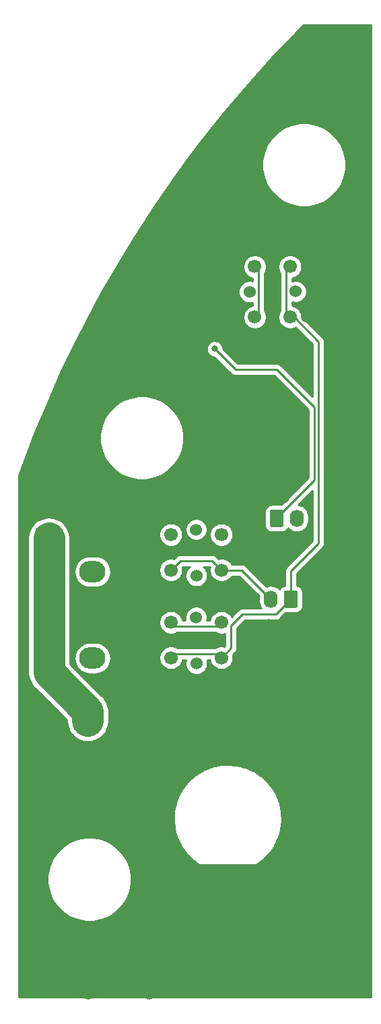
<source format=gbr>
G04 #@! TF.GenerationSoftware,KiCad,Pcbnew,(5.1.6)-1*
G04 #@! TF.CreationDate,2020-12-21T17:51:35+11:00*
G04 #@! TF.ProjectId,MasterModePushbuttonV2,4d617374-6572-44d6-9f64-655075736862,rev?*
G04 #@! TF.SameCoordinates,Original*
G04 #@! TF.FileFunction,Copper,L2,Bot*
G04 #@! TF.FilePolarity,Positive*
%FSLAX46Y46*%
G04 Gerber Fmt 4.6, Leading zero omitted, Abs format (unit mm)*
G04 Created by KiCad (PCBNEW (5.1.6)-1) date 2020-12-21 17:51:35*
%MOMM*%
%LPD*%
G01*
G04 APERTURE LIST*
G04 #@! TA.AperFunction,ComponentPad*
%ADD10O,3.300000X2.700000*%
G04 #@! TD*
G04 #@! TA.AperFunction,ComponentPad*
%ADD11C,1.524000*%
G04 #@! TD*
G04 #@! TA.AperFunction,ComponentPad*
%ADD12C,1.700000*%
G04 #@! TD*
G04 #@! TA.AperFunction,ComponentPad*
%ADD13O,1.740000X2.190000*%
G04 #@! TD*
G04 #@! TA.AperFunction,ViaPad*
%ADD14C,0.800000*%
G04 #@! TD*
G04 #@! TA.AperFunction,ViaPad*
%ADD15C,1.500000*%
G04 #@! TD*
G04 #@! TA.AperFunction,Conductor*
%ADD16C,0.250000*%
G04 #@! TD*
G04 #@! TA.AperFunction,Conductor*
%ADD17C,4.000000*%
G04 #@! TD*
G04 #@! TA.AperFunction,Conductor*
%ADD18C,0.254000*%
G04 #@! TD*
G04 APERTURE END LIST*
D10*
X208296000Y-98447500D03*
X208296000Y-94247500D03*
X202796000Y-98447500D03*
G04 #@! TA.AperFunction,ComponentPad*
G36*
G01*
X201396001Y-92897500D02*
X204195999Y-92897500D01*
G75*
G02*
X204446000Y-93147501I0J-250001D01*
G01*
X204446000Y-95347499D01*
G75*
G02*
X204195999Y-95597500I-250001J0D01*
G01*
X201396001Y-95597500D01*
G75*
G02*
X201146000Y-95347499I0J250001D01*
G01*
X201146000Y-93147501D01*
G75*
G02*
X201396001Y-92897500I250001J0D01*
G01*
G37*
G04 #@! TD.AperFunction*
X208296000Y-109297000D03*
X208296000Y-105097000D03*
X202796000Y-109297000D03*
G04 #@! TA.AperFunction,ComponentPad*
G36*
G01*
X201396001Y-103747000D02*
X204195999Y-103747000D01*
G75*
G02*
X204446000Y-103997001I0J-250001D01*
G01*
X204446000Y-106196999D01*
G75*
G02*
X204195999Y-106447000I-250001J0D01*
G01*
X201396001Y-106447000D01*
G75*
G02*
X201146000Y-106196999I0J250001D01*
G01*
X201146000Y-103997001D01*
G75*
G02*
X201396001Y-103747000I250001J0D01*
G01*
G37*
G04 #@! TD.AperFunction*
G04 #@! TA.AperFunction,SMDPad,CuDef*
G36*
G01*
X202946000Y-116147000D02*
X202946000Y-118147000D01*
G75*
G02*
X202696000Y-118397000I-250000J0D01*
G01*
X199696000Y-118397000D01*
G75*
G02*
X199446000Y-118147000I0J250000D01*
G01*
X199446000Y-116147000D01*
G75*
G02*
X199696000Y-115897000I250000J0D01*
G01*
X202696000Y-115897000D01*
G75*
G02*
X202946000Y-116147000I0J-250000D01*
G01*
G37*
G04 #@! TD.AperFunction*
G04 #@! TA.AperFunction,SMDPad,CuDef*
G36*
G01*
X209446000Y-116147000D02*
X209446000Y-118147000D01*
G75*
G02*
X209196000Y-118397000I-250000J0D01*
G01*
X206196000Y-118397000D01*
G75*
G02*
X205946000Y-118147000I0J250000D01*
G01*
X205946000Y-116147000D01*
G75*
G02*
X206196000Y-115897000I250000J0D01*
G01*
X209196000Y-115897000D01*
G75*
G02*
X209446000Y-116147000I0J-250000D01*
G01*
G37*
G04 #@! TD.AperFunction*
D11*
X221367000Y-109973000D03*
X221327000Y-104182000D03*
D12*
X224502000Y-109262000D03*
X218152000Y-109262000D03*
X224502000Y-104817000D03*
X218152000Y-104817000D03*
D11*
X221367000Y-98949500D03*
X221327000Y-93158500D03*
D12*
X224502000Y-98238500D03*
X218152000Y-98238500D03*
X224502000Y-93793500D03*
X218152000Y-93793500D03*
D11*
X233850000Y-63262700D03*
X228059000Y-63302700D03*
D12*
X233139000Y-60127700D03*
X233139000Y-66477700D03*
X228694000Y-60127700D03*
X228694000Y-66477700D03*
D13*
X230706480Y-101897480D03*
G04 #@! TA.AperFunction,ComponentPad*
G36*
G01*
X234116480Y-101052479D02*
X234116480Y-102742481D01*
G75*
G02*
X233866481Y-102992480I-249999J0D01*
G01*
X232626479Y-102992480D01*
G75*
G02*
X232376480Y-102742481I0J249999D01*
G01*
X232376480Y-101052479D01*
G75*
G02*
X232626479Y-100802480I249999J0D01*
G01*
X233866481Y-100802480D01*
G75*
G02*
X234116480Y-101052479I0J-249999D01*
G01*
G37*
G04 #@! TD.AperFunction*
X233986480Y-91747480D03*
G04 #@! TA.AperFunction,ComponentPad*
G36*
G01*
X230576480Y-92592481D02*
X230576480Y-90902479D01*
G75*
G02*
X230826479Y-90652480I249999J0D01*
G01*
X232066481Y-90652480D01*
G75*
G02*
X232316480Y-90902479I0J-249999D01*
G01*
X232316480Y-92592481D01*
G75*
G02*
X232066481Y-92842480I-249999J0D01*
G01*
X230826479Y-92842480D01*
G75*
G02*
X230576480Y-92592481I0J249999D01*
G01*
G37*
G04 #@! TD.AperFunction*
D14*
X223646500Y-70447500D03*
D15*
X223224400Y-66358900D03*
X214638100Y-103870000D03*
X235229000Y-66409700D03*
X230802700Y-94706500D03*
X216123900Y-95717000D03*
X207768800Y-151442000D03*
X239020600Y-63627400D03*
X215422200Y-151417000D03*
X238020600Y-150668700D03*
X230081500Y-150656900D03*
X222316600Y-150618700D03*
X231546000Y-141697000D03*
X216996000Y-134597000D03*
X240109000Y-143385000D03*
X241696000Y-133247000D03*
X231396000Y-120747000D03*
X241596000Y-124847000D03*
X240696000Y-111447000D03*
X240546000Y-99997500D03*
X232296000Y-89147500D03*
X242046000Y-89247500D03*
X242246000Y-81647500D03*
X233796000Y-81697500D03*
X224546000Y-81697500D03*
X223596000Y-89147500D03*
X209946000Y-88597500D03*
X230446480Y-105147480D03*
X208196480Y-81447480D03*
D16*
X218152000Y-104817000D02*
X218657800Y-105322800D01*
X218657800Y-105322800D02*
X223996200Y-105322800D01*
X223996200Y-105322800D02*
X224502000Y-104817000D01*
X223646500Y-70447500D02*
X226246480Y-73047480D01*
X231446480Y-73047480D02*
X236196470Y-77797470D01*
X226246480Y-73047480D02*
X231446480Y-73047480D01*
X231446480Y-91662022D02*
X231446480Y-91747480D01*
X236196470Y-86912032D02*
X231446480Y-91662022D01*
X236196470Y-77797470D02*
X236196470Y-86912032D01*
X228694000Y-66477700D02*
X229199800Y-65971900D01*
X229199800Y-65971900D02*
X229199800Y-60633500D01*
X229199800Y-60633500D02*
X228694000Y-60127700D01*
X219336000Y-97054500D02*
X218152000Y-98238500D01*
X224502000Y-98238500D02*
X223318000Y-97054500D01*
X223318000Y-97054500D02*
X219336000Y-97054500D01*
X227047500Y-98238500D02*
X230706480Y-101897480D01*
X224502000Y-98238500D02*
X227047500Y-98238500D01*
X224502000Y-108792600D02*
X224502000Y-109262000D01*
X224502000Y-108792600D02*
X218621400Y-108792600D01*
X218621400Y-108792600D02*
X218152000Y-109262000D01*
X232671700Y-66477700D02*
X233139000Y-66477700D01*
X232671700Y-66477700D02*
X232671700Y-60595000D01*
X232671700Y-60595000D02*
X233139000Y-60127700D01*
X233246480Y-101897480D02*
X231346480Y-103797480D01*
X225727001Y-108036999D02*
X224502000Y-109262000D01*
X227146480Y-103797480D02*
X225727001Y-105216959D01*
X225727001Y-105216959D02*
X225727001Y-108036999D01*
X231346480Y-103797480D02*
X227146480Y-103797480D01*
X233246480Y-101897480D02*
X233246480Y-98347480D01*
X233246480Y-98347480D02*
X236696480Y-94897480D01*
X233631998Y-66477700D02*
X233139000Y-66477700D01*
X236696480Y-69542182D02*
X233631998Y-66477700D01*
X236696480Y-94897480D02*
X236696480Y-69542182D01*
D17*
X207696000Y-117147000D02*
X207696000Y-115997000D01*
X202796000Y-111097000D02*
X202796000Y-109297000D01*
X207696000Y-115997000D02*
X202796000Y-111097000D01*
X202796000Y-109297000D02*
X202796000Y-105097000D01*
X202796000Y-105097000D02*
X202796000Y-98447500D01*
X202796000Y-98447500D02*
X202796000Y-94247500D01*
D18*
G36*
X243287380Y-151834080D02*
G01*
X199037380Y-151834080D01*
X199037380Y-136555341D01*
X202613880Y-136555341D01*
X202613880Y-137594819D01*
X202816672Y-138614324D01*
X203214463Y-139574677D01*
X203791967Y-140438971D01*
X204526989Y-141173993D01*
X205391283Y-141751497D01*
X206351636Y-142149288D01*
X207371141Y-142352080D01*
X208410619Y-142352080D01*
X209430124Y-142149288D01*
X210390477Y-141751497D01*
X211254771Y-141173993D01*
X211989793Y-140438971D01*
X212567297Y-139574677D01*
X212965088Y-138614324D01*
X213167880Y-137594819D01*
X213167880Y-136555341D01*
X212965088Y-135535836D01*
X212567297Y-134575483D01*
X211989793Y-133711189D01*
X211254771Y-132976167D01*
X210390477Y-132398663D01*
X209430124Y-132000872D01*
X208410619Y-131798080D01*
X207371141Y-131798080D01*
X206351636Y-132000872D01*
X205391283Y-132398663D01*
X204526989Y-132976167D01*
X203791967Y-133711189D01*
X203214463Y-134575483D01*
X202816672Y-135535836D01*
X202613880Y-136555341D01*
X199037380Y-136555341D01*
X199037380Y-129647302D01*
X218461621Y-129647302D01*
X218465898Y-129713849D01*
X218572806Y-130685772D01*
X218577651Y-130710985D01*
X218580191Y-130736539D01*
X218595052Y-130801545D01*
X218855976Y-131743873D01*
X218864789Y-131767985D01*
X218871383Y-131792808D01*
X218896447Y-131854602D01*
X219304676Y-132743092D01*
X219317230Y-132765485D01*
X219327708Y-132788933D01*
X219362322Y-132845913D01*
X219362329Y-132845926D01*
X219362333Y-132845931D01*
X219907359Y-133657717D01*
X219923336Y-133677819D01*
X219937425Y-133699286D01*
X219980712Y-133750010D01*
X220648521Y-134464219D01*
X220667502Y-134481505D01*
X220684845Y-134500446D01*
X220735670Y-134543583D01*
X220735686Y-134543598D01*
X220735694Y-134543603D01*
X221500723Y-135135375D01*
X221548479Y-135174567D01*
X221676166Y-135242817D01*
X221814714Y-135284845D01*
X221922694Y-135295480D01*
X228657067Y-135295480D01*
X228765047Y-135284845D01*
X228903595Y-135242817D01*
X229031282Y-135174567D01*
X229077443Y-135136684D01*
X229789723Y-134592105D01*
X229807268Y-134576307D01*
X229826251Y-134562272D01*
X229874480Y-134516221D01*
X230550297Y-133809585D01*
X230566496Y-133789668D01*
X230584440Y-133771295D01*
X230624685Y-133718125D01*
X231178831Y-132912528D01*
X231191637Y-132890278D01*
X231206413Y-132869272D01*
X231237640Y-132810352D01*
X231655858Y-131926521D01*
X231664943Y-131902508D01*
X231676170Y-131879410D01*
X231697575Y-131816255D01*
X231969105Y-130876928D01*
X231974234Y-130851771D01*
X231981623Y-130827177D01*
X231992655Y-130761412D01*
X232110512Y-129790755D01*
X232111553Y-129765102D01*
X232114915Y-129739642D01*
X232115291Y-129672959D01*
X232076442Y-128695946D01*
X232073366Y-128670447D01*
X232072615Y-128644786D01*
X232062325Y-128578901D01*
X231867769Y-127620668D01*
X231860660Y-127596000D01*
X231855813Y-127570778D01*
X231835121Y-127507386D01*
X231489865Y-126592585D01*
X231478905Y-126569375D01*
X231470087Y-126545248D01*
X231439526Y-126485980D01*
X230952451Y-125638145D01*
X230937914Y-125616975D01*
X230925358Y-125594580D01*
X230885714Y-125540960D01*
X230269354Y-124781908D01*
X230251619Y-124763334D01*
X230235644Y-124743235D01*
X230187938Y-124696643D01*
X229458146Y-124045898D01*
X229437673Y-124030401D01*
X229418687Y-124013112D01*
X229364146Y-123974747D01*
X229364145Y-123974746D01*
X229364142Y-123974744D01*
X228539701Y-123449053D01*
X228517017Y-123437030D01*
X228495508Y-123422997D01*
X228435533Y-123393845D01*
X227537645Y-123006727D01*
X227513324Y-122998484D01*
X227489855Y-122988073D01*
X227425991Y-122968885D01*
X226477759Y-122730302D01*
X226452436Y-122726054D01*
X226427601Y-122719528D01*
X226361491Y-122710797D01*
X225387313Y-122626888D01*
X225361637Y-122626743D01*
X225336079Y-122624272D01*
X225269424Y-122626224D01*
X225269420Y-122626224D01*
X224294362Y-122699146D01*
X224268996Y-122703108D01*
X224243366Y-122704755D01*
X224177881Y-122717339D01*
X223227021Y-122945218D01*
X223202612Y-122953185D01*
X223177579Y-122958908D01*
X223114956Y-122981796D01*
X223114947Y-122981799D01*
X223114943Y-122981801D01*
X222212752Y-123358771D01*
X222189932Y-123370538D01*
X222166134Y-123380190D01*
X222107969Y-123412800D01*
X221277650Y-123929168D01*
X221257004Y-123944432D01*
X221235058Y-123957764D01*
X221182854Y-123999254D01*
X220445773Y-124641731D01*
X220427830Y-124660104D01*
X220408300Y-124676770D01*
X220363402Y-124726073D01*
X219738523Y-125478130D01*
X219723750Y-125499132D01*
X219707134Y-125518709D01*
X219670695Y-125574557D01*
X219174094Y-126416847D01*
X219162870Y-126439938D01*
X219149596Y-126461923D01*
X219122556Y-126522878D01*
X218767010Y-127433730D01*
X218759623Y-127458315D01*
X218750034Y-127482142D01*
X218733087Y-127546636D01*
X218527742Y-128502614D01*
X218524380Y-128528071D01*
X218518725Y-128553118D01*
X218512307Y-128619492D01*
X218462447Y-129596006D01*
X218463199Y-129621674D01*
X218461621Y-129647302D01*
X199037380Y-129647302D01*
X199037380Y-111097000D01*
X200148252Y-111097000D01*
X200161000Y-111226434D01*
X200161000Y-111226441D01*
X200199127Y-111613549D01*
X200349799Y-112110249D01*
X200594477Y-112568010D01*
X200923759Y-112969241D01*
X201024306Y-113051758D01*
X205061000Y-117088453D01*
X205061000Y-117276441D01*
X205099127Y-117663549D01*
X205249799Y-118160249D01*
X205322658Y-118296559D01*
X205324992Y-118320254D01*
X205375528Y-118486850D01*
X205457595Y-118640386D01*
X205568038Y-118774962D01*
X205702614Y-118885405D01*
X205722760Y-118896173D01*
X205823759Y-119019241D01*
X206224989Y-119348523D01*
X206682750Y-119593201D01*
X207179450Y-119743873D01*
X207696000Y-119794749D01*
X208212549Y-119743873D01*
X208709249Y-119593201D01*
X209167010Y-119348523D01*
X209568241Y-119019241D01*
X209669241Y-118896173D01*
X209689386Y-118885405D01*
X209823962Y-118774962D01*
X209934405Y-118640386D01*
X210016472Y-118486850D01*
X210067008Y-118320254D01*
X210069342Y-118296561D01*
X210142201Y-118160250D01*
X210292873Y-117663550D01*
X210331000Y-117276442D01*
X210331000Y-116126433D01*
X210343748Y-115996999D01*
X210331000Y-115867565D01*
X210331000Y-115867559D01*
X210292873Y-115480451D01*
X210292873Y-115480449D01*
X210225675Y-115258928D01*
X210142201Y-114983750D01*
X209897523Y-114525989D01*
X209568241Y-114124759D01*
X209467699Y-114042246D01*
X205431000Y-110005548D01*
X205431000Y-109297000D01*
X206001396Y-109297000D01*
X206039722Y-109686128D01*
X206153226Y-110060302D01*
X206337547Y-110405143D01*
X206585602Y-110707398D01*
X206887857Y-110955453D01*
X207232698Y-111139774D01*
X207606872Y-111253278D01*
X207898490Y-111282000D01*
X208693510Y-111282000D01*
X208985128Y-111253278D01*
X209359302Y-111139774D01*
X209704143Y-110955453D01*
X210006398Y-110707398D01*
X210254453Y-110405143D01*
X210438774Y-110060302D01*
X210552278Y-109686128D01*
X210590604Y-109297000D01*
X210552278Y-108907872D01*
X210438774Y-108533698D01*
X210254453Y-108188857D01*
X210006398Y-107886602D01*
X209704143Y-107638547D01*
X209359302Y-107454226D01*
X208985128Y-107340722D01*
X208693510Y-107312000D01*
X207898490Y-107312000D01*
X207606872Y-107340722D01*
X207232698Y-107454226D01*
X206887857Y-107638547D01*
X206585602Y-107886602D01*
X206337547Y-108188857D01*
X206153226Y-108533698D01*
X206039722Y-108907872D01*
X206001396Y-109297000D01*
X205431000Y-109297000D01*
X205431000Y-98447500D01*
X206001396Y-98447500D01*
X206039722Y-98836628D01*
X206153226Y-99210802D01*
X206337547Y-99555643D01*
X206585602Y-99857898D01*
X206887857Y-100105953D01*
X207232698Y-100290274D01*
X207606872Y-100403778D01*
X207898490Y-100432500D01*
X208693510Y-100432500D01*
X208985128Y-100403778D01*
X209359302Y-100290274D01*
X209704143Y-100105953D01*
X210006398Y-99857898D01*
X210254453Y-99555643D01*
X210438774Y-99210802D01*
X210552278Y-98836628D01*
X210590604Y-98447500D01*
X210555614Y-98092240D01*
X216667000Y-98092240D01*
X216667000Y-98384760D01*
X216724068Y-98671658D01*
X216836010Y-98941911D01*
X216998525Y-99185132D01*
X217205368Y-99391975D01*
X217448589Y-99554490D01*
X217718842Y-99666432D01*
X218005740Y-99723500D01*
X218298260Y-99723500D01*
X218585158Y-99666432D01*
X218855411Y-99554490D01*
X219098632Y-99391975D01*
X219305475Y-99185132D01*
X219467990Y-98941911D01*
X219579932Y-98671658D01*
X219637000Y-98384760D01*
X219637000Y-98092240D01*
X219593210Y-97872092D01*
X219650802Y-97814500D01*
X220551116Y-97814500D01*
X220476465Y-97864380D01*
X220281880Y-98058965D01*
X220128995Y-98287773D01*
X220023686Y-98542010D01*
X219970000Y-98811908D01*
X219970000Y-99087092D01*
X220023686Y-99356990D01*
X220128995Y-99611227D01*
X220281880Y-99840035D01*
X220476465Y-100034620D01*
X220705273Y-100187505D01*
X220959510Y-100292814D01*
X221229408Y-100346500D01*
X221504592Y-100346500D01*
X221774490Y-100292814D01*
X222028727Y-100187505D01*
X222257535Y-100034620D01*
X222452120Y-99840035D01*
X222605005Y-99611227D01*
X222710314Y-99356990D01*
X222764000Y-99087092D01*
X222764000Y-98811908D01*
X222710314Y-98542010D01*
X222605005Y-98287773D01*
X222452120Y-98058965D01*
X222257535Y-97864380D01*
X222182884Y-97814500D01*
X223003199Y-97814500D01*
X223060791Y-97872092D01*
X223017000Y-98092240D01*
X223017000Y-98384760D01*
X223074068Y-98671658D01*
X223186010Y-98941911D01*
X223348525Y-99185132D01*
X223555368Y-99391975D01*
X223798589Y-99554490D01*
X224068842Y-99666432D01*
X224355740Y-99723500D01*
X224648260Y-99723500D01*
X224935158Y-99666432D01*
X225205411Y-99554490D01*
X225448632Y-99391975D01*
X225655475Y-99185132D01*
X225780178Y-98998500D01*
X226732699Y-98998500D01*
X229213249Y-101479051D01*
X229201480Y-101598544D01*
X229201480Y-102196415D01*
X229223256Y-102417511D01*
X229309314Y-102701204D01*
X229449063Y-102962658D01*
X229510468Y-103037480D01*
X227183802Y-103037480D01*
X227146479Y-103033804D01*
X227109156Y-103037480D01*
X227109147Y-103037480D01*
X226997494Y-103048477D01*
X226854233Y-103091934D01*
X226722204Y-103162506D01*
X226722202Y-103162507D01*
X226722203Y-103162507D01*
X226635476Y-103233681D01*
X226635472Y-103233685D01*
X226606479Y-103257479D01*
X226582685Y-103286472D01*
X225792988Y-104076170D01*
X225655475Y-103870368D01*
X225448632Y-103663525D01*
X225205411Y-103501010D01*
X224935158Y-103389068D01*
X224648260Y-103332000D01*
X224355740Y-103332000D01*
X224068842Y-103389068D01*
X223798589Y-103501010D01*
X223555368Y-103663525D01*
X223348525Y-103870368D01*
X223186010Y-104113589D01*
X223074068Y-104383842D01*
X223038471Y-104562800D01*
X222675623Y-104562800D01*
X222724000Y-104319592D01*
X222724000Y-104044408D01*
X222670314Y-103774510D01*
X222565005Y-103520273D01*
X222412120Y-103291465D01*
X222217535Y-103096880D01*
X221988727Y-102943995D01*
X221734490Y-102838686D01*
X221464592Y-102785000D01*
X221189408Y-102785000D01*
X220919510Y-102838686D01*
X220665273Y-102943995D01*
X220436465Y-103096880D01*
X220241880Y-103291465D01*
X220088995Y-103520273D01*
X219983686Y-103774510D01*
X219930000Y-104044408D01*
X219930000Y-104319592D01*
X219978377Y-104562800D01*
X219615529Y-104562800D01*
X219579932Y-104383842D01*
X219467990Y-104113589D01*
X219305475Y-103870368D01*
X219098632Y-103663525D01*
X218855411Y-103501010D01*
X218585158Y-103389068D01*
X218298260Y-103332000D01*
X218005740Y-103332000D01*
X217718842Y-103389068D01*
X217448589Y-103501010D01*
X217205368Y-103663525D01*
X216998525Y-103870368D01*
X216836010Y-104113589D01*
X216724068Y-104383842D01*
X216667000Y-104670740D01*
X216667000Y-104963260D01*
X216724068Y-105250158D01*
X216836010Y-105520411D01*
X216998525Y-105763632D01*
X217205368Y-105970475D01*
X217448589Y-106132990D01*
X217718842Y-106244932D01*
X218005740Y-106302000D01*
X218298260Y-106302000D01*
X218585158Y-106244932D01*
X218855411Y-106132990D01*
X218930526Y-106082800D01*
X223723474Y-106082800D01*
X223798589Y-106132990D01*
X224068842Y-106244932D01*
X224355740Y-106302000D01*
X224648260Y-106302000D01*
X224935158Y-106244932D01*
X224967001Y-106231742D01*
X224967002Y-107722196D01*
X224868408Y-107820790D01*
X224648260Y-107777000D01*
X224355740Y-107777000D01*
X224068842Y-107834068D01*
X223798589Y-107946010D01*
X223668998Y-108032600D01*
X218985002Y-108032600D01*
X218855411Y-107946010D01*
X218585158Y-107834068D01*
X218298260Y-107777000D01*
X218005740Y-107777000D01*
X217718842Y-107834068D01*
X217448589Y-107946010D01*
X217205368Y-108108525D01*
X216998525Y-108315368D01*
X216836010Y-108558589D01*
X216724068Y-108828842D01*
X216667000Y-109115740D01*
X216667000Y-109408260D01*
X216724068Y-109695158D01*
X216836010Y-109965411D01*
X216998525Y-110208632D01*
X217205368Y-110415475D01*
X217448589Y-110577990D01*
X217718842Y-110689932D01*
X218005740Y-110747000D01*
X218298260Y-110747000D01*
X218585158Y-110689932D01*
X218855411Y-110577990D01*
X219098632Y-110415475D01*
X219305475Y-110208632D01*
X219467990Y-109965411D01*
X219579932Y-109695158D01*
X219608289Y-109552600D01*
X220029034Y-109552600D01*
X220023686Y-109565510D01*
X219970000Y-109835408D01*
X219970000Y-110110592D01*
X220023686Y-110380490D01*
X220128995Y-110634727D01*
X220281880Y-110863535D01*
X220476465Y-111058120D01*
X220705273Y-111211005D01*
X220959510Y-111316314D01*
X221229408Y-111370000D01*
X221504592Y-111370000D01*
X221774490Y-111316314D01*
X222028727Y-111211005D01*
X222257535Y-111058120D01*
X222452120Y-110863535D01*
X222605005Y-110634727D01*
X222710314Y-110380490D01*
X222764000Y-110110592D01*
X222764000Y-109835408D01*
X222710314Y-109565510D01*
X222704966Y-109552600D01*
X223045711Y-109552600D01*
X223074068Y-109695158D01*
X223186010Y-109965411D01*
X223348525Y-110208632D01*
X223555368Y-110415475D01*
X223798589Y-110577990D01*
X224068842Y-110689932D01*
X224355740Y-110747000D01*
X224648260Y-110747000D01*
X224935158Y-110689932D01*
X225205411Y-110577990D01*
X225448632Y-110415475D01*
X225655475Y-110208632D01*
X225817990Y-109965411D01*
X225929932Y-109695158D01*
X225987000Y-109408260D01*
X225987000Y-109115740D01*
X225943210Y-108895592D01*
X226238004Y-108600798D01*
X226267002Y-108577000D01*
X226330090Y-108500127D01*
X226361975Y-108461276D01*
X226432547Y-108329246D01*
X226463016Y-108228801D01*
X226476004Y-108185985D01*
X226487001Y-108074332D01*
X226487001Y-108074323D01*
X226490677Y-108037000D01*
X226487001Y-107999677D01*
X226487001Y-105531760D01*
X227461283Y-104557480D01*
X231309158Y-104557480D01*
X231346480Y-104561156D01*
X231383802Y-104557480D01*
X231383813Y-104557480D01*
X231495466Y-104546483D01*
X231638727Y-104503026D01*
X231770756Y-104432454D01*
X231886481Y-104337481D01*
X231910284Y-104308477D01*
X232591641Y-103627121D01*
X232626479Y-103630552D01*
X233866481Y-103630552D01*
X234039735Y-103613488D01*
X234206331Y-103562952D01*
X234359867Y-103480885D01*
X234494442Y-103370442D01*
X234604885Y-103235867D01*
X234686952Y-103082331D01*
X234737488Y-102915735D01*
X234754552Y-102742481D01*
X234754552Y-101052479D01*
X234737488Y-100879225D01*
X234686952Y-100712629D01*
X234604885Y-100559093D01*
X234494442Y-100424518D01*
X234359867Y-100314075D01*
X234206331Y-100232008D01*
X234039735Y-100181472D01*
X234006480Y-100178197D01*
X234006480Y-98662281D01*
X237207484Y-95461278D01*
X237236481Y-95437481D01*
X237331454Y-95321756D01*
X237402026Y-95189727D01*
X237445483Y-95046466D01*
X237456480Y-94934813D01*
X237456480Y-94934805D01*
X237460156Y-94897480D01*
X237456480Y-94860155D01*
X237456480Y-69579504D01*
X237460156Y-69542181D01*
X237456480Y-69504859D01*
X237456480Y-69504849D01*
X237445483Y-69393196D01*
X237402026Y-69249935D01*
X237382868Y-69214093D01*
X237331454Y-69117905D01*
X237260279Y-69031179D01*
X237236481Y-69002181D01*
X237207483Y-68978383D01*
X234624000Y-66394901D01*
X234624000Y-66331440D01*
X234566932Y-66044542D01*
X234454990Y-65774289D01*
X234292475Y-65531068D01*
X234085632Y-65324225D01*
X233842411Y-65161710D01*
X233572158Y-65049768D01*
X233431700Y-65021829D01*
X233431700Y-64601536D01*
X233442510Y-64606014D01*
X233712408Y-64659700D01*
X233987592Y-64659700D01*
X234257490Y-64606014D01*
X234511727Y-64500705D01*
X234740535Y-64347820D01*
X234935120Y-64153235D01*
X235088005Y-63924427D01*
X235193314Y-63670190D01*
X235247000Y-63400292D01*
X235247000Y-63125108D01*
X235193314Y-62855210D01*
X235088005Y-62600973D01*
X234935120Y-62372165D01*
X234740535Y-62177580D01*
X234511727Y-62024695D01*
X234257490Y-61919386D01*
X233987592Y-61865700D01*
X233712408Y-61865700D01*
X233442510Y-61919386D01*
X233431700Y-61923864D01*
X233431700Y-61583571D01*
X233572158Y-61555632D01*
X233842411Y-61443690D01*
X234085632Y-61281175D01*
X234292475Y-61074332D01*
X234454990Y-60831111D01*
X234566932Y-60560858D01*
X234624000Y-60273960D01*
X234624000Y-59981440D01*
X234566932Y-59694542D01*
X234454990Y-59424289D01*
X234292475Y-59181068D01*
X234085632Y-58974225D01*
X233842411Y-58811710D01*
X233572158Y-58699768D01*
X233285260Y-58642700D01*
X232992740Y-58642700D01*
X232705842Y-58699768D01*
X232435589Y-58811710D01*
X232192368Y-58974225D01*
X231985525Y-59181068D01*
X231823010Y-59424289D01*
X231711068Y-59694542D01*
X231654000Y-59981440D01*
X231654000Y-60273960D01*
X231711068Y-60560858D01*
X231823010Y-60831111D01*
X231911701Y-60963846D01*
X231911700Y-65641555D01*
X231823010Y-65774289D01*
X231711068Y-66044542D01*
X231654000Y-66331440D01*
X231654000Y-66623960D01*
X231711068Y-66910858D01*
X231823010Y-67181111D01*
X231985525Y-67424332D01*
X232192368Y-67631175D01*
X232435589Y-67793690D01*
X232705842Y-67905632D01*
X232992740Y-67962700D01*
X233285260Y-67962700D01*
X233572158Y-67905632D01*
X233842411Y-67793690D01*
X233860860Y-67781363D01*
X235936481Y-69856985D01*
X235936481Y-76462679D01*
X232010284Y-72536483D01*
X231986481Y-72507479D01*
X231870756Y-72412506D01*
X231738727Y-72341934D01*
X231595466Y-72298477D01*
X231483813Y-72287480D01*
X231483802Y-72287480D01*
X231446480Y-72283804D01*
X231409158Y-72287480D01*
X226561282Y-72287480D01*
X224681500Y-70407699D01*
X224681500Y-70345561D01*
X224641726Y-70145602D01*
X224563705Y-69957244D01*
X224450437Y-69787726D01*
X224306274Y-69643563D01*
X224136756Y-69530295D01*
X223948398Y-69452274D01*
X223748439Y-69412500D01*
X223544561Y-69412500D01*
X223344602Y-69452274D01*
X223156244Y-69530295D01*
X222986726Y-69643563D01*
X222842563Y-69787726D01*
X222729295Y-69957244D01*
X222651274Y-70145602D01*
X222611500Y-70345561D01*
X222611500Y-70549439D01*
X222651274Y-70749398D01*
X222729295Y-70937756D01*
X222842563Y-71107274D01*
X222986726Y-71251437D01*
X223156244Y-71364705D01*
X223344602Y-71442726D01*
X223544561Y-71482500D01*
X223606699Y-71482500D01*
X225682680Y-73558482D01*
X225706479Y-73587481D01*
X225735477Y-73611279D01*
X225822203Y-73682454D01*
X225954233Y-73753026D01*
X226097494Y-73796483D01*
X226209147Y-73807480D01*
X226209157Y-73807480D01*
X226246480Y-73811156D01*
X226283803Y-73807480D01*
X231131679Y-73807480D01*
X235436470Y-78112272D01*
X235436471Y-86597229D01*
X232019293Y-90014408D01*
X230826479Y-90014408D01*
X230653225Y-90031472D01*
X230486629Y-90082008D01*
X230333093Y-90164075D01*
X230198518Y-90274518D01*
X230088075Y-90409093D01*
X230006008Y-90562629D01*
X229955472Y-90729225D01*
X229938408Y-90902479D01*
X229938408Y-92592481D01*
X229955472Y-92765735D01*
X230006008Y-92932331D01*
X230088075Y-93085867D01*
X230198518Y-93220442D01*
X230333093Y-93330885D01*
X230486629Y-93412952D01*
X230653225Y-93463488D01*
X230826479Y-93480552D01*
X232066481Y-93480552D01*
X232239735Y-93463488D01*
X232406331Y-93412952D01*
X232559867Y-93330885D01*
X232694442Y-93220442D01*
X232804885Y-93085867D01*
X232863414Y-92976366D01*
X232917135Y-93041825D01*
X233146302Y-93229897D01*
X233407756Y-93369646D01*
X233691449Y-93455704D01*
X233986480Y-93484762D01*
X234281512Y-93455704D01*
X234565205Y-93369646D01*
X234826659Y-93229897D01*
X235055825Y-93041825D01*
X235243897Y-92812659D01*
X235383646Y-92551204D01*
X235469704Y-92267511D01*
X235491480Y-92046415D01*
X235491480Y-91448544D01*
X235469704Y-91227448D01*
X235383646Y-90943755D01*
X235243897Y-90682301D01*
X235055825Y-90453135D01*
X234826658Y-90265063D01*
X234565204Y-90125314D01*
X234281511Y-90039256D01*
X234156373Y-90026931D01*
X235936480Y-88246824D01*
X235936480Y-94582678D01*
X232735478Y-97783681D01*
X232706480Y-97807479D01*
X232682682Y-97836477D01*
X232682681Y-97836478D01*
X232611506Y-97923204D01*
X232540934Y-98055234D01*
X232497478Y-98198495D01*
X232482804Y-98347480D01*
X232486481Y-98384812D01*
X232486480Y-100178197D01*
X232453225Y-100181472D01*
X232286629Y-100232008D01*
X232133093Y-100314075D01*
X231998518Y-100424518D01*
X231888075Y-100559093D01*
X231829546Y-100668594D01*
X231775825Y-100603135D01*
X231546659Y-100415063D01*
X231285205Y-100275314D01*
X231001512Y-100189256D01*
X230706480Y-100160198D01*
X230411449Y-100189256D01*
X230151817Y-100268015D01*
X227611304Y-97727503D01*
X227587501Y-97698499D01*
X227471776Y-97603526D01*
X227339747Y-97532954D01*
X227196486Y-97489497D01*
X227084833Y-97478500D01*
X227084822Y-97478500D01*
X227047500Y-97474824D01*
X227010178Y-97478500D01*
X225780178Y-97478500D01*
X225655475Y-97291868D01*
X225448632Y-97085025D01*
X225205411Y-96922510D01*
X224935158Y-96810568D01*
X224648260Y-96753500D01*
X224355740Y-96753500D01*
X224135592Y-96797291D01*
X223881804Y-96543503D01*
X223858001Y-96514499D01*
X223742276Y-96419526D01*
X223610247Y-96348954D01*
X223466986Y-96305497D01*
X223355333Y-96294500D01*
X223355322Y-96294500D01*
X223318000Y-96290824D01*
X223280678Y-96294500D01*
X219373323Y-96294500D01*
X219336000Y-96290824D01*
X219298677Y-96294500D01*
X219298667Y-96294500D01*
X219187014Y-96305497D01*
X219043753Y-96348954D01*
X218911724Y-96419526D01*
X218795999Y-96514499D01*
X218772201Y-96543497D01*
X218518408Y-96797290D01*
X218298260Y-96753500D01*
X218005740Y-96753500D01*
X217718842Y-96810568D01*
X217448589Y-96922510D01*
X217205368Y-97085025D01*
X216998525Y-97291868D01*
X216836010Y-97535089D01*
X216724068Y-97805342D01*
X216667000Y-98092240D01*
X210555614Y-98092240D01*
X210552278Y-98058372D01*
X210438774Y-97684198D01*
X210254453Y-97339357D01*
X210006398Y-97037102D01*
X209704143Y-96789047D01*
X209359302Y-96604726D01*
X208985128Y-96491222D01*
X208693510Y-96462500D01*
X207898490Y-96462500D01*
X207606872Y-96491222D01*
X207232698Y-96604726D01*
X206887857Y-96789047D01*
X206585602Y-97037102D01*
X206337547Y-97339357D01*
X206153226Y-97684198D01*
X206039722Y-98058372D01*
X206001396Y-98447500D01*
X205431000Y-98447500D01*
X205431000Y-94118058D01*
X205392873Y-93730950D01*
X205367480Y-93647240D01*
X216667000Y-93647240D01*
X216667000Y-93939760D01*
X216724068Y-94226658D01*
X216836010Y-94496911D01*
X216998525Y-94740132D01*
X217205368Y-94946975D01*
X217448589Y-95109490D01*
X217718842Y-95221432D01*
X218005740Y-95278500D01*
X218298260Y-95278500D01*
X218585158Y-95221432D01*
X218855411Y-95109490D01*
X219098632Y-94946975D01*
X219305475Y-94740132D01*
X219467990Y-94496911D01*
X219579932Y-94226658D01*
X219637000Y-93939760D01*
X219637000Y-93647240D01*
X219579932Y-93360342D01*
X219467990Y-93090089D01*
X219421765Y-93020908D01*
X219930000Y-93020908D01*
X219930000Y-93296092D01*
X219983686Y-93565990D01*
X220088995Y-93820227D01*
X220241880Y-94049035D01*
X220436465Y-94243620D01*
X220665273Y-94396505D01*
X220919510Y-94501814D01*
X221189408Y-94555500D01*
X221464592Y-94555500D01*
X221734490Y-94501814D01*
X221988727Y-94396505D01*
X222217535Y-94243620D01*
X222412120Y-94049035D01*
X222565005Y-93820227D01*
X222636658Y-93647240D01*
X223017000Y-93647240D01*
X223017000Y-93939760D01*
X223074068Y-94226658D01*
X223186010Y-94496911D01*
X223348525Y-94740132D01*
X223555368Y-94946975D01*
X223798589Y-95109490D01*
X224068842Y-95221432D01*
X224355740Y-95278500D01*
X224648260Y-95278500D01*
X224935158Y-95221432D01*
X225205411Y-95109490D01*
X225448632Y-94946975D01*
X225655475Y-94740132D01*
X225817990Y-94496911D01*
X225929932Y-94226658D01*
X225987000Y-93939760D01*
X225987000Y-93647240D01*
X225929932Y-93360342D01*
X225817990Y-93090089D01*
X225655475Y-92846868D01*
X225448632Y-92640025D01*
X225205411Y-92477510D01*
X224935158Y-92365568D01*
X224648260Y-92308500D01*
X224355740Y-92308500D01*
X224068842Y-92365568D01*
X223798589Y-92477510D01*
X223555368Y-92640025D01*
X223348525Y-92846868D01*
X223186010Y-93090089D01*
X223074068Y-93360342D01*
X223017000Y-93647240D01*
X222636658Y-93647240D01*
X222670314Y-93565990D01*
X222724000Y-93296092D01*
X222724000Y-93020908D01*
X222670314Y-92751010D01*
X222565005Y-92496773D01*
X222412120Y-92267965D01*
X222217535Y-92073380D01*
X221988727Y-91920495D01*
X221734490Y-91815186D01*
X221464592Y-91761500D01*
X221189408Y-91761500D01*
X220919510Y-91815186D01*
X220665273Y-91920495D01*
X220436465Y-92073380D01*
X220241880Y-92267965D01*
X220088995Y-92496773D01*
X219983686Y-92751010D01*
X219930000Y-93020908D01*
X219421765Y-93020908D01*
X219305475Y-92846868D01*
X219098632Y-92640025D01*
X218855411Y-92477510D01*
X218585158Y-92365568D01*
X218298260Y-92308500D01*
X218005740Y-92308500D01*
X217718842Y-92365568D01*
X217448589Y-92477510D01*
X217205368Y-92640025D01*
X216998525Y-92846868D01*
X216836010Y-93090089D01*
X216724068Y-93360342D01*
X216667000Y-93647240D01*
X205367480Y-93647240D01*
X205242201Y-93234250D01*
X205019479Y-92817566D01*
X205016471Y-92807650D01*
X204934405Y-92654114D01*
X204823961Y-92519539D01*
X204709674Y-92425745D01*
X204668241Y-92375259D01*
X204267011Y-92045977D01*
X203809250Y-91801299D01*
X203312550Y-91650627D01*
X202796000Y-91599751D01*
X202279451Y-91650627D01*
X201782751Y-91801299D01*
X201324990Y-92045977D01*
X200923760Y-92375259D01*
X200882329Y-92425743D01*
X200768039Y-92519539D01*
X200657595Y-92654114D01*
X200575529Y-92807650D01*
X200572520Y-92817570D01*
X200349800Y-93234250D01*
X200199128Y-93730950D01*
X200161001Y-94118058D01*
X200161000Y-98576941D01*
X200161001Y-98576951D01*
X200161000Y-105226441D01*
X200161001Y-105226451D01*
X200161000Y-109167557D01*
X200161000Y-110967566D01*
X200148252Y-111097000D01*
X199037380Y-111097000D01*
X199037380Y-86343990D01*
X200657868Y-81992298D01*
X201014344Y-81119841D01*
X209217880Y-81119841D01*
X209217880Y-82159319D01*
X209420672Y-83178824D01*
X209818463Y-84139177D01*
X210395967Y-85003471D01*
X211130989Y-85738493D01*
X211995283Y-86315997D01*
X212955636Y-86713788D01*
X213975141Y-86916580D01*
X215014619Y-86916580D01*
X216034124Y-86713788D01*
X216994477Y-86315997D01*
X217858771Y-85738493D01*
X218593793Y-85003471D01*
X219171297Y-84139177D01*
X219569088Y-83178824D01*
X219771880Y-82159319D01*
X219771880Y-81119841D01*
X219569088Y-80100336D01*
X219171297Y-79139983D01*
X218593793Y-78275689D01*
X217858771Y-77540667D01*
X216994477Y-76963163D01*
X216034124Y-76565372D01*
X215014619Y-76362580D01*
X213975141Y-76362580D01*
X212955636Y-76565372D01*
X211995283Y-76963163D01*
X211130989Y-77540667D01*
X210395967Y-78275689D01*
X209818463Y-79139983D01*
X209420672Y-80100336D01*
X209217880Y-81119841D01*
X201014344Y-81119841D01*
X202459971Y-77581746D01*
X204399728Y-73229964D01*
X206475193Y-68941317D01*
X208684371Y-64719924D01*
X209561336Y-63165108D01*
X226662000Y-63165108D01*
X226662000Y-63440292D01*
X226715686Y-63710190D01*
X226820995Y-63964427D01*
X226973880Y-64193235D01*
X227168465Y-64387820D01*
X227397273Y-64540705D01*
X227651510Y-64646014D01*
X227921408Y-64699700D01*
X228196592Y-64699700D01*
X228439800Y-64651323D01*
X228439800Y-65014171D01*
X228260842Y-65049768D01*
X227990589Y-65161710D01*
X227747368Y-65324225D01*
X227540525Y-65531068D01*
X227378010Y-65774289D01*
X227266068Y-66044542D01*
X227209000Y-66331440D01*
X227209000Y-66623960D01*
X227266068Y-66910858D01*
X227378010Y-67181111D01*
X227540525Y-67424332D01*
X227747368Y-67631175D01*
X227990589Y-67793690D01*
X228260842Y-67905632D01*
X228547740Y-67962700D01*
X228840260Y-67962700D01*
X229127158Y-67905632D01*
X229397411Y-67793690D01*
X229640632Y-67631175D01*
X229847475Y-67424332D01*
X230009990Y-67181111D01*
X230121932Y-66910858D01*
X230179000Y-66623960D01*
X230179000Y-66331440D01*
X230121932Y-66044542D01*
X230009990Y-65774289D01*
X229959800Y-65699174D01*
X229959800Y-60906226D01*
X230009990Y-60831111D01*
X230121932Y-60560858D01*
X230179000Y-60273960D01*
X230179000Y-59981440D01*
X230121932Y-59694542D01*
X230009990Y-59424289D01*
X229847475Y-59181068D01*
X229640632Y-58974225D01*
X229397411Y-58811710D01*
X229127158Y-58699768D01*
X228840260Y-58642700D01*
X228547740Y-58642700D01*
X228260842Y-58699768D01*
X227990589Y-58811710D01*
X227747368Y-58974225D01*
X227540525Y-59181068D01*
X227378010Y-59424289D01*
X227266068Y-59694542D01*
X227209000Y-59981440D01*
X227209000Y-60273960D01*
X227266068Y-60560858D01*
X227378010Y-60831111D01*
X227540525Y-61074332D01*
X227747368Y-61281175D01*
X227990589Y-61443690D01*
X228260842Y-61555632D01*
X228439801Y-61591229D01*
X228439801Y-61954077D01*
X228196592Y-61905700D01*
X227921408Y-61905700D01*
X227651510Y-61959386D01*
X227397273Y-62064695D01*
X227168465Y-62217580D01*
X226973880Y-62412165D01*
X226820995Y-62640973D01*
X226715686Y-62895210D01*
X226662000Y-63165108D01*
X209561336Y-63165108D01*
X211025041Y-60570033D01*
X213494928Y-56495677D01*
X216091549Y-52500954D01*
X218812384Y-48589739D01*
X220120562Y-46829841D01*
X229601380Y-46829841D01*
X229601380Y-47869319D01*
X229804172Y-48888824D01*
X230201963Y-49849177D01*
X230779467Y-50713471D01*
X231514489Y-51448493D01*
X232378783Y-52025997D01*
X233339136Y-52423788D01*
X234358641Y-52626580D01*
X235398119Y-52626580D01*
X236417624Y-52423788D01*
X237377977Y-52025997D01*
X238242271Y-51448493D01*
X238977293Y-50713471D01*
X239554797Y-49849177D01*
X239952588Y-48888824D01*
X240155380Y-47869319D01*
X240155380Y-46829841D01*
X239952588Y-45810336D01*
X239554797Y-44849983D01*
X238977293Y-43985689D01*
X238242271Y-43250667D01*
X237377977Y-42673163D01*
X236417624Y-42275372D01*
X235398119Y-42072580D01*
X234358641Y-42072580D01*
X233339136Y-42275372D01*
X232378783Y-42673163D01*
X231514489Y-43250667D01*
X230779467Y-43985689D01*
X230201963Y-44849983D01*
X229804172Y-45810336D01*
X229601380Y-46829841D01*
X220120562Y-46829841D01*
X221654728Y-44765921D01*
X224615769Y-41033281D01*
X227692596Y-37395488D01*
X230882168Y-33856141D01*
X234184366Y-30415572D01*
X234802223Y-29796580D01*
X243287381Y-29796580D01*
X243287380Y-151834080D01*
G37*
X243287380Y-151834080D02*
X199037380Y-151834080D01*
X199037380Y-136555341D01*
X202613880Y-136555341D01*
X202613880Y-137594819D01*
X202816672Y-138614324D01*
X203214463Y-139574677D01*
X203791967Y-140438971D01*
X204526989Y-141173993D01*
X205391283Y-141751497D01*
X206351636Y-142149288D01*
X207371141Y-142352080D01*
X208410619Y-142352080D01*
X209430124Y-142149288D01*
X210390477Y-141751497D01*
X211254771Y-141173993D01*
X211989793Y-140438971D01*
X212567297Y-139574677D01*
X212965088Y-138614324D01*
X213167880Y-137594819D01*
X213167880Y-136555341D01*
X212965088Y-135535836D01*
X212567297Y-134575483D01*
X211989793Y-133711189D01*
X211254771Y-132976167D01*
X210390477Y-132398663D01*
X209430124Y-132000872D01*
X208410619Y-131798080D01*
X207371141Y-131798080D01*
X206351636Y-132000872D01*
X205391283Y-132398663D01*
X204526989Y-132976167D01*
X203791967Y-133711189D01*
X203214463Y-134575483D01*
X202816672Y-135535836D01*
X202613880Y-136555341D01*
X199037380Y-136555341D01*
X199037380Y-129647302D01*
X218461621Y-129647302D01*
X218465898Y-129713849D01*
X218572806Y-130685772D01*
X218577651Y-130710985D01*
X218580191Y-130736539D01*
X218595052Y-130801545D01*
X218855976Y-131743873D01*
X218864789Y-131767985D01*
X218871383Y-131792808D01*
X218896447Y-131854602D01*
X219304676Y-132743092D01*
X219317230Y-132765485D01*
X219327708Y-132788933D01*
X219362322Y-132845913D01*
X219362329Y-132845926D01*
X219362333Y-132845931D01*
X219907359Y-133657717D01*
X219923336Y-133677819D01*
X219937425Y-133699286D01*
X219980712Y-133750010D01*
X220648521Y-134464219D01*
X220667502Y-134481505D01*
X220684845Y-134500446D01*
X220735670Y-134543583D01*
X220735686Y-134543598D01*
X220735694Y-134543603D01*
X221500723Y-135135375D01*
X221548479Y-135174567D01*
X221676166Y-135242817D01*
X221814714Y-135284845D01*
X221922694Y-135295480D01*
X228657067Y-135295480D01*
X228765047Y-135284845D01*
X228903595Y-135242817D01*
X229031282Y-135174567D01*
X229077443Y-135136684D01*
X229789723Y-134592105D01*
X229807268Y-134576307D01*
X229826251Y-134562272D01*
X229874480Y-134516221D01*
X230550297Y-133809585D01*
X230566496Y-133789668D01*
X230584440Y-133771295D01*
X230624685Y-133718125D01*
X231178831Y-132912528D01*
X231191637Y-132890278D01*
X231206413Y-132869272D01*
X231237640Y-132810352D01*
X231655858Y-131926521D01*
X231664943Y-131902508D01*
X231676170Y-131879410D01*
X231697575Y-131816255D01*
X231969105Y-130876928D01*
X231974234Y-130851771D01*
X231981623Y-130827177D01*
X231992655Y-130761412D01*
X232110512Y-129790755D01*
X232111553Y-129765102D01*
X232114915Y-129739642D01*
X232115291Y-129672959D01*
X232076442Y-128695946D01*
X232073366Y-128670447D01*
X232072615Y-128644786D01*
X232062325Y-128578901D01*
X231867769Y-127620668D01*
X231860660Y-127596000D01*
X231855813Y-127570778D01*
X231835121Y-127507386D01*
X231489865Y-126592585D01*
X231478905Y-126569375D01*
X231470087Y-126545248D01*
X231439526Y-126485980D01*
X230952451Y-125638145D01*
X230937914Y-125616975D01*
X230925358Y-125594580D01*
X230885714Y-125540960D01*
X230269354Y-124781908D01*
X230251619Y-124763334D01*
X230235644Y-124743235D01*
X230187938Y-124696643D01*
X229458146Y-124045898D01*
X229437673Y-124030401D01*
X229418687Y-124013112D01*
X229364146Y-123974747D01*
X229364145Y-123974746D01*
X229364142Y-123974744D01*
X228539701Y-123449053D01*
X228517017Y-123437030D01*
X228495508Y-123422997D01*
X228435533Y-123393845D01*
X227537645Y-123006727D01*
X227513324Y-122998484D01*
X227489855Y-122988073D01*
X227425991Y-122968885D01*
X226477759Y-122730302D01*
X226452436Y-122726054D01*
X226427601Y-122719528D01*
X226361491Y-122710797D01*
X225387313Y-122626888D01*
X225361637Y-122626743D01*
X225336079Y-122624272D01*
X225269424Y-122626224D01*
X225269420Y-122626224D01*
X224294362Y-122699146D01*
X224268996Y-122703108D01*
X224243366Y-122704755D01*
X224177881Y-122717339D01*
X223227021Y-122945218D01*
X223202612Y-122953185D01*
X223177579Y-122958908D01*
X223114956Y-122981796D01*
X223114947Y-122981799D01*
X223114943Y-122981801D01*
X222212752Y-123358771D01*
X222189932Y-123370538D01*
X222166134Y-123380190D01*
X222107969Y-123412800D01*
X221277650Y-123929168D01*
X221257004Y-123944432D01*
X221235058Y-123957764D01*
X221182854Y-123999254D01*
X220445773Y-124641731D01*
X220427830Y-124660104D01*
X220408300Y-124676770D01*
X220363402Y-124726073D01*
X219738523Y-125478130D01*
X219723750Y-125499132D01*
X219707134Y-125518709D01*
X219670695Y-125574557D01*
X219174094Y-126416847D01*
X219162870Y-126439938D01*
X219149596Y-126461923D01*
X219122556Y-126522878D01*
X218767010Y-127433730D01*
X218759623Y-127458315D01*
X218750034Y-127482142D01*
X218733087Y-127546636D01*
X218527742Y-128502614D01*
X218524380Y-128528071D01*
X218518725Y-128553118D01*
X218512307Y-128619492D01*
X218462447Y-129596006D01*
X218463199Y-129621674D01*
X218461621Y-129647302D01*
X199037380Y-129647302D01*
X199037380Y-111097000D01*
X200148252Y-111097000D01*
X200161000Y-111226434D01*
X200161000Y-111226441D01*
X200199127Y-111613549D01*
X200349799Y-112110249D01*
X200594477Y-112568010D01*
X200923759Y-112969241D01*
X201024306Y-113051758D01*
X205061000Y-117088453D01*
X205061000Y-117276441D01*
X205099127Y-117663549D01*
X205249799Y-118160249D01*
X205322658Y-118296559D01*
X205324992Y-118320254D01*
X205375528Y-118486850D01*
X205457595Y-118640386D01*
X205568038Y-118774962D01*
X205702614Y-118885405D01*
X205722760Y-118896173D01*
X205823759Y-119019241D01*
X206224989Y-119348523D01*
X206682750Y-119593201D01*
X207179450Y-119743873D01*
X207696000Y-119794749D01*
X208212549Y-119743873D01*
X208709249Y-119593201D01*
X209167010Y-119348523D01*
X209568241Y-119019241D01*
X209669241Y-118896173D01*
X209689386Y-118885405D01*
X209823962Y-118774962D01*
X209934405Y-118640386D01*
X210016472Y-118486850D01*
X210067008Y-118320254D01*
X210069342Y-118296561D01*
X210142201Y-118160250D01*
X210292873Y-117663550D01*
X210331000Y-117276442D01*
X210331000Y-116126433D01*
X210343748Y-115996999D01*
X210331000Y-115867565D01*
X210331000Y-115867559D01*
X210292873Y-115480451D01*
X210292873Y-115480449D01*
X210225675Y-115258928D01*
X210142201Y-114983750D01*
X209897523Y-114525989D01*
X209568241Y-114124759D01*
X209467699Y-114042246D01*
X205431000Y-110005548D01*
X205431000Y-109297000D01*
X206001396Y-109297000D01*
X206039722Y-109686128D01*
X206153226Y-110060302D01*
X206337547Y-110405143D01*
X206585602Y-110707398D01*
X206887857Y-110955453D01*
X207232698Y-111139774D01*
X207606872Y-111253278D01*
X207898490Y-111282000D01*
X208693510Y-111282000D01*
X208985128Y-111253278D01*
X209359302Y-111139774D01*
X209704143Y-110955453D01*
X210006398Y-110707398D01*
X210254453Y-110405143D01*
X210438774Y-110060302D01*
X210552278Y-109686128D01*
X210590604Y-109297000D01*
X210552278Y-108907872D01*
X210438774Y-108533698D01*
X210254453Y-108188857D01*
X210006398Y-107886602D01*
X209704143Y-107638547D01*
X209359302Y-107454226D01*
X208985128Y-107340722D01*
X208693510Y-107312000D01*
X207898490Y-107312000D01*
X207606872Y-107340722D01*
X207232698Y-107454226D01*
X206887857Y-107638547D01*
X206585602Y-107886602D01*
X206337547Y-108188857D01*
X206153226Y-108533698D01*
X206039722Y-108907872D01*
X206001396Y-109297000D01*
X205431000Y-109297000D01*
X205431000Y-98447500D01*
X206001396Y-98447500D01*
X206039722Y-98836628D01*
X206153226Y-99210802D01*
X206337547Y-99555643D01*
X206585602Y-99857898D01*
X206887857Y-100105953D01*
X207232698Y-100290274D01*
X207606872Y-100403778D01*
X207898490Y-100432500D01*
X208693510Y-100432500D01*
X208985128Y-100403778D01*
X209359302Y-100290274D01*
X209704143Y-100105953D01*
X210006398Y-99857898D01*
X210254453Y-99555643D01*
X210438774Y-99210802D01*
X210552278Y-98836628D01*
X210590604Y-98447500D01*
X210555614Y-98092240D01*
X216667000Y-98092240D01*
X216667000Y-98384760D01*
X216724068Y-98671658D01*
X216836010Y-98941911D01*
X216998525Y-99185132D01*
X217205368Y-99391975D01*
X217448589Y-99554490D01*
X217718842Y-99666432D01*
X218005740Y-99723500D01*
X218298260Y-99723500D01*
X218585158Y-99666432D01*
X218855411Y-99554490D01*
X219098632Y-99391975D01*
X219305475Y-99185132D01*
X219467990Y-98941911D01*
X219579932Y-98671658D01*
X219637000Y-98384760D01*
X219637000Y-98092240D01*
X219593210Y-97872092D01*
X219650802Y-97814500D01*
X220551116Y-97814500D01*
X220476465Y-97864380D01*
X220281880Y-98058965D01*
X220128995Y-98287773D01*
X220023686Y-98542010D01*
X219970000Y-98811908D01*
X219970000Y-99087092D01*
X220023686Y-99356990D01*
X220128995Y-99611227D01*
X220281880Y-99840035D01*
X220476465Y-100034620D01*
X220705273Y-100187505D01*
X220959510Y-100292814D01*
X221229408Y-100346500D01*
X221504592Y-100346500D01*
X221774490Y-100292814D01*
X222028727Y-100187505D01*
X222257535Y-100034620D01*
X222452120Y-99840035D01*
X222605005Y-99611227D01*
X222710314Y-99356990D01*
X222764000Y-99087092D01*
X222764000Y-98811908D01*
X222710314Y-98542010D01*
X222605005Y-98287773D01*
X222452120Y-98058965D01*
X222257535Y-97864380D01*
X222182884Y-97814500D01*
X223003199Y-97814500D01*
X223060791Y-97872092D01*
X223017000Y-98092240D01*
X223017000Y-98384760D01*
X223074068Y-98671658D01*
X223186010Y-98941911D01*
X223348525Y-99185132D01*
X223555368Y-99391975D01*
X223798589Y-99554490D01*
X224068842Y-99666432D01*
X224355740Y-99723500D01*
X224648260Y-99723500D01*
X224935158Y-99666432D01*
X225205411Y-99554490D01*
X225448632Y-99391975D01*
X225655475Y-99185132D01*
X225780178Y-98998500D01*
X226732699Y-98998500D01*
X229213249Y-101479051D01*
X229201480Y-101598544D01*
X229201480Y-102196415D01*
X229223256Y-102417511D01*
X229309314Y-102701204D01*
X229449063Y-102962658D01*
X229510468Y-103037480D01*
X227183802Y-103037480D01*
X227146479Y-103033804D01*
X227109156Y-103037480D01*
X227109147Y-103037480D01*
X226997494Y-103048477D01*
X226854233Y-103091934D01*
X226722204Y-103162506D01*
X226722202Y-103162507D01*
X226722203Y-103162507D01*
X226635476Y-103233681D01*
X226635472Y-103233685D01*
X226606479Y-103257479D01*
X226582685Y-103286472D01*
X225792988Y-104076170D01*
X225655475Y-103870368D01*
X225448632Y-103663525D01*
X225205411Y-103501010D01*
X224935158Y-103389068D01*
X224648260Y-103332000D01*
X224355740Y-103332000D01*
X224068842Y-103389068D01*
X223798589Y-103501010D01*
X223555368Y-103663525D01*
X223348525Y-103870368D01*
X223186010Y-104113589D01*
X223074068Y-104383842D01*
X223038471Y-104562800D01*
X222675623Y-104562800D01*
X222724000Y-104319592D01*
X222724000Y-104044408D01*
X222670314Y-103774510D01*
X222565005Y-103520273D01*
X222412120Y-103291465D01*
X222217535Y-103096880D01*
X221988727Y-102943995D01*
X221734490Y-102838686D01*
X221464592Y-102785000D01*
X221189408Y-102785000D01*
X220919510Y-102838686D01*
X220665273Y-102943995D01*
X220436465Y-103096880D01*
X220241880Y-103291465D01*
X220088995Y-103520273D01*
X219983686Y-103774510D01*
X219930000Y-104044408D01*
X219930000Y-104319592D01*
X219978377Y-104562800D01*
X219615529Y-104562800D01*
X219579932Y-104383842D01*
X219467990Y-104113589D01*
X219305475Y-103870368D01*
X219098632Y-103663525D01*
X218855411Y-103501010D01*
X218585158Y-103389068D01*
X218298260Y-103332000D01*
X218005740Y-103332000D01*
X217718842Y-103389068D01*
X217448589Y-103501010D01*
X217205368Y-103663525D01*
X216998525Y-103870368D01*
X216836010Y-104113589D01*
X216724068Y-104383842D01*
X216667000Y-104670740D01*
X216667000Y-104963260D01*
X216724068Y-105250158D01*
X216836010Y-105520411D01*
X216998525Y-105763632D01*
X217205368Y-105970475D01*
X217448589Y-106132990D01*
X217718842Y-106244932D01*
X218005740Y-106302000D01*
X218298260Y-106302000D01*
X218585158Y-106244932D01*
X218855411Y-106132990D01*
X218930526Y-106082800D01*
X223723474Y-106082800D01*
X223798589Y-106132990D01*
X224068842Y-106244932D01*
X224355740Y-106302000D01*
X224648260Y-106302000D01*
X224935158Y-106244932D01*
X224967001Y-106231742D01*
X224967002Y-107722196D01*
X224868408Y-107820790D01*
X224648260Y-107777000D01*
X224355740Y-107777000D01*
X224068842Y-107834068D01*
X223798589Y-107946010D01*
X223668998Y-108032600D01*
X218985002Y-108032600D01*
X218855411Y-107946010D01*
X218585158Y-107834068D01*
X218298260Y-107777000D01*
X218005740Y-107777000D01*
X217718842Y-107834068D01*
X217448589Y-107946010D01*
X217205368Y-108108525D01*
X216998525Y-108315368D01*
X216836010Y-108558589D01*
X216724068Y-108828842D01*
X216667000Y-109115740D01*
X216667000Y-109408260D01*
X216724068Y-109695158D01*
X216836010Y-109965411D01*
X216998525Y-110208632D01*
X217205368Y-110415475D01*
X217448589Y-110577990D01*
X217718842Y-110689932D01*
X218005740Y-110747000D01*
X218298260Y-110747000D01*
X218585158Y-110689932D01*
X218855411Y-110577990D01*
X219098632Y-110415475D01*
X219305475Y-110208632D01*
X219467990Y-109965411D01*
X219579932Y-109695158D01*
X219608289Y-109552600D01*
X220029034Y-109552600D01*
X220023686Y-109565510D01*
X219970000Y-109835408D01*
X219970000Y-110110592D01*
X220023686Y-110380490D01*
X220128995Y-110634727D01*
X220281880Y-110863535D01*
X220476465Y-111058120D01*
X220705273Y-111211005D01*
X220959510Y-111316314D01*
X221229408Y-111370000D01*
X221504592Y-111370000D01*
X221774490Y-111316314D01*
X222028727Y-111211005D01*
X222257535Y-111058120D01*
X222452120Y-110863535D01*
X222605005Y-110634727D01*
X222710314Y-110380490D01*
X222764000Y-110110592D01*
X222764000Y-109835408D01*
X222710314Y-109565510D01*
X222704966Y-109552600D01*
X223045711Y-109552600D01*
X223074068Y-109695158D01*
X223186010Y-109965411D01*
X223348525Y-110208632D01*
X223555368Y-110415475D01*
X223798589Y-110577990D01*
X224068842Y-110689932D01*
X224355740Y-110747000D01*
X224648260Y-110747000D01*
X224935158Y-110689932D01*
X225205411Y-110577990D01*
X225448632Y-110415475D01*
X225655475Y-110208632D01*
X225817990Y-109965411D01*
X225929932Y-109695158D01*
X225987000Y-109408260D01*
X225987000Y-109115740D01*
X225943210Y-108895592D01*
X226238004Y-108600798D01*
X226267002Y-108577000D01*
X226330090Y-108500127D01*
X226361975Y-108461276D01*
X226432547Y-108329246D01*
X226463016Y-108228801D01*
X226476004Y-108185985D01*
X226487001Y-108074332D01*
X226487001Y-108074323D01*
X226490677Y-108037000D01*
X226487001Y-107999677D01*
X226487001Y-105531760D01*
X227461283Y-104557480D01*
X231309158Y-104557480D01*
X231346480Y-104561156D01*
X231383802Y-104557480D01*
X231383813Y-104557480D01*
X231495466Y-104546483D01*
X231638727Y-104503026D01*
X231770756Y-104432454D01*
X231886481Y-104337481D01*
X231910284Y-104308477D01*
X232591641Y-103627121D01*
X232626479Y-103630552D01*
X233866481Y-103630552D01*
X234039735Y-103613488D01*
X234206331Y-103562952D01*
X234359867Y-103480885D01*
X234494442Y-103370442D01*
X234604885Y-103235867D01*
X234686952Y-103082331D01*
X234737488Y-102915735D01*
X234754552Y-102742481D01*
X234754552Y-101052479D01*
X234737488Y-100879225D01*
X234686952Y-100712629D01*
X234604885Y-100559093D01*
X234494442Y-100424518D01*
X234359867Y-100314075D01*
X234206331Y-100232008D01*
X234039735Y-100181472D01*
X234006480Y-100178197D01*
X234006480Y-98662281D01*
X237207484Y-95461278D01*
X237236481Y-95437481D01*
X237331454Y-95321756D01*
X237402026Y-95189727D01*
X237445483Y-95046466D01*
X237456480Y-94934813D01*
X237456480Y-94934805D01*
X237460156Y-94897480D01*
X237456480Y-94860155D01*
X237456480Y-69579504D01*
X237460156Y-69542181D01*
X237456480Y-69504859D01*
X237456480Y-69504849D01*
X237445483Y-69393196D01*
X237402026Y-69249935D01*
X237382868Y-69214093D01*
X237331454Y-69117905D01*
X237260279Y-69031179D01*
X237236481Y-69002181D01*
X237207483Y-68978383D01*
X234624000Y-66394901D01*
X234624000Y-66331440D01*
X234566932Y-66044542D01*
X234454990Y-65774289D01*
X234292475Y-65531068D01*
X234085632Y-65324225D01*
X233842411Y-65161710D01*
X233572158Y-65049768D01*
X233431700Y-65021829D01*
X233431700Y-64601536D01*
X233442510Y-64606014D01*
X233712408Y-64659700D01*
X233987592Y-64659700D01*
X234257490Y-64606014D01*
X234511727Y-64500705D01*
X234740535Y-64347820D01*
X234935120Y-64153235D01*
X235088005Y-63924427D01*
X235193314Y-63670190D01*
X235247000Y-63400292D01*
X235247000Y-63125108D01*
X235193314Y-62855210D01*
X235088005Y-62600973D01*
X234935120Y-62372165D01*
X234740535Y-62177580D01*
X234511727Y-62024695D01*
X234257490Y-61919386D01*
X233987592Y-61865700D01*
X233712408Y-61865700D01*
X233442510Y-61919386D01*
X233431700Y-61923864D01*
X233431700Y-61583571D01*
X233572158Y-61555632D01*
X233842411Y-61443690D01*
X234085632Y-61281175D01*
X234292475Y-61074332D01*
X234454990Y-60831111D01*
X234566932Y-60560858D01*
X234624000Y-60273960D01*
X234624000Y-59981440D01*
X234566932Y-59694542D01*
X234454990Y-59424289D01*
X234292475Y-59181068D01*
X234085632Y-58974225D01*
X233842411Y-58811710D01*
X233572158Y-58699768D01*
X233285260Y-58642700D01*
X232992740Y-58642700D01*
X232705842Y-58699768D01*
X232435589Y-58811710D01*
X232192368Y-58974225D01*
X231985525Y-59181068D01*
X231823010Y-59424289D01*
X231711068Y-59694542D01*
X231654000Y-59981440D01*
X231654000Y-60273960D01*
X231711068Y-60560858D01*
X231823010Y-60831111D01*
X231911701Y-60963846D01*
X231911700Y-65641555D01*
X231823010Y-65774289D01*
X231711068Y-66044542D01*
X231654000Y-66331440D01*
X231654000Y-66623960D01*
X231711068Y-66910858D01*
X231823010Y-67181111D01*
X231985525Y-67424332D01*
X232192368Y-67631175D01*
X232435589Y-67793690D01*
X232705842Y-67905632D01*
X232992740Y-67962700D01*
X233285260Y-67962700D01*
X233572158Y-67905632D01*
X233842411Y-67793690D01*
X233860860Y-67781363D01*
X235936481Y-69856985D01*
X235936481Y-76462679D01*
X232010284Y-72536483D01*
X231986481Y-72507479D01*
X231870756Y-72412506D01*
X231738727Y-72341934D01*
X231595466Y-72298477D01*
X231483813Y-72287480D01*
X231483802Y-72287480D01*
X231446480Y-72283804D01*
X231409158Y-72287480D01*
X226561282Y-72287480D01*
X224681500Y-70407699D01*
X224681500Y-70345561D01*
X224641726Y-70145602D01*
X224563705Y-69957244D01*
X224450437Y-69787726D01*
X224306274Y-69643563D01*
X224136756Y-69530295D01*
X223948398Y-69452274D01*
X223748439Y-69412500D01*
X223544561Y-69412500D01*
X223344602Y-69452274D01*
X223156244Y-69530295D01*
X222986726Y-69643563D01*
X222842563Y-69787726D01*
X222729295Y-69957244D01*
X222651274Y-70145602D01*
X222611500Y-70345561D01*
X222611500Y-70549439D01*
X222651274Y-70749398D01*
X222729295Y-70937756D01*
X222842563Y-71107274D01*
X222986726Y-71251437D01*
X223156244Y-71364705D01*
X223344602Y-71442726D01*
X223544561Y-71482500D01*
X223606699Y-71482500D01*
X225682680Y-73558482D01*
X225706479Y-73587481D01*
X225735477Y-73611279D01*
X225822203Y-73682454D01*
X225954233Y-73753026D01*
X226097494Y-73796483D01*
X226209147Y-73807480D01*
X226209157Y-73807480D01*
X226246480Y-73811156D01*
X226283803Y-73807480D01*
X231131679Y-73807480D01*
X235436470Y-78112272D01*
X235436471Y-86597229D01*
X232019293Y-90014408D01*
X230826479Y-90014408D01*
X230653225Y-90031472D01*
X230486629Y-90082008D01*
X230333093Y-90164075D01*
X230198518Y-90274518D01*
X230088075Y-90409093D01*
X230006008Y-90562629D01*
X229955472Y-90729225D01*
X229938408Y-90902479D01*
X229938408Y-92592481D01*
X229955472Y-92765735D01*
X230006008Y-92932331D01*
X230088075Y-93085867D01*
X230198518Y-93220442D01*
X230333093Y-93330885D01*
X230486629Y-93412952D01*
X230653225Y-93463488D01*
X230826479Y-93480552D01*
X232066481Y-93480552D01*
X232239735Y-93463488D01*
X232406331Y-93412952D01*
X232559867Y-93330885D01*
X232694442Y-93220442D01*
X232804885Y-93085867D01*
X232863414Y-92976366D01*
X232917135Y-93041825D01*
X233146302Y-93229897D01*
X233407756Y-93369646D01*
X233691449Y-93455704D01*
X233986480Y-93484762D01*
X234281512Y-93455704D01*
X234565205Y-93369646D01*
X234826659Y-93229897D01*
X235055825Y-93041825D01*
X235243897Y-92812659D01*
X235383646Y-92551204D01*
X235469704Y-92267511D01*
X235491480Y-92046415D01*
X235491480Y-91448544D01*
X235469704Y-91227448D01*
X235383646Y-90943755D01*
X235243897Y-90682301D01*
X235055825Y-90453135D01*
X234826658Y-90265063D01*
X234565204Y-90125314D01*
X234281511Y-90039256D01*
X234156373Y-90026931D01*
X235936480Y-88246824D01*
X235936480Y-94582678D01*
X232735478Y-97783681D01*
X232706480Y-97807479D01*
X232682682Y-97836477D01*
X232682681Y-97836478D01*
X232611506Y-97923204D01*
X232540934Y-98055234D01*
X232497478Y-98198495D01*
X232482804Y-98347480D01*
X232486481Y-98384812D01*
X232486480Y-100178197D01*
X232453225Y-100181472D01*
X232286629Y-100232008D01*
X232133093Y-100314075D01*
X231998518Y-100424518D01*
X231888075Y-100559093D01*
X231829546Y-100668594D01*
X231775825Y-100603135D01*
X231546659Y-100415063D01*
X231285205Y-100275314D01*
X231001512Y-100189256D01*
X230706480Y-100160198D01*
X230411449Y-100189256D01*
X230151817Y-100268015D01*
X227611304Y-97727503D01*
X227587501Y-97698499D01*
X227471776Y-97603526D01*
X227339747Y-97532954D01*
X227196486Y-97489497D01*
X227084833Y-97478500D01*
X227084822Y-97478500D01*
X227047500Y-97474824D01*
X227010178Y-97478500D01*
X225780178Y-97478500D01*
X225655475Y-97291868D01*
X225448632Y-97085025D01*
X225205411Y-96922510D01*
X224935158Y-96810568D01*
X224648260Y-96753500D01*
X224355740Y-96753500D01*
X224135592Y-96797291D01*
X223881804Y-96543503D01*
X223858001Y-96514499D01*
X223742276Y-96419526D01*
X223610247Y-96348954D01*
X223466986Y-96305497D01*
X223355333Y-96294500D01*
X223355322Y-96294500D01*
X223318000Y-96290824D01*
X223280678Y-96294500D01*
X219373323Y-96294500D01*
X219336000Y-96290824D01*
X219298677Y-96294500D01*
X219298667Y-96294500D01*
X219187014Y-96305497D01*
X219043753Y-96348954D01*
X218911724Y-96419526D01*
X218795999Y-96514499D01*
X218772201Y-96543497D01*
X218518408Y-96797290D01*
X218298260Y-96753500D01*
X218005740Y-96753500D01*
X217718842Y-96810568D01*
X217448589Y-96922510D01*
X217205368Y-97085025D01*
X216998525Y-97291868D01*
X216836010Y-97535089D01*
X216724068Y-97805342D01*
X216667000Y-98092240D01*
X210555614Y-98092240D01*
X210552278Y-98058372D01*
X210438774Y-97684198D01*
X210254453Y-97339357D01*
X210006398Y-97037102D01*
X209704143Y-96789047D01*
X209359302Y-96604726D01*
X208985128Y-96491222D01*
X208693510Y-96462500D01*
X207898490Y-96462500D01*
X207606872Y-96491222D01*
X207232698Y-96604726D01*
X206887857Y-96789047D01*
X206585602Y-97037102D01*
X206337547Y-97339357D01*
X206153226Y-97684198D01*
X206039722Y-98058372D01*
X206001396Y-98447500D01*
X205431000Y-98447500D01*
X205431000Y-94118058D01*
X205392873Y-93730950D01*
X205367480Y-93647240D01*
X216667000Y-93647240D01*
X216667000Y-93939760D01*
X216724068Y-94226658D01*
X216836010Y-94496911D01*
X216998525Y-94740132D01*
X217205368Y-94946975D01*
X217448589Y-95109490D01*
X217718842Y-95221432D01*
X218005740Y-95278500D01*
X218298260Y-95278500D01*
X218585158Y-95221432D01*
X218855411Y-95109490D01*
X219098632Y-94946975D01*
X219305475Y-94740132D01*
X219467990Y-94496911D01*
X219579932Y-94226658D01*
X219637000Y-93939760D01*
X219637000Y-93647240D01*
X219579932Y-93360342D01*
X219467990Y-93090089D01*
X219421765Y-93020908D01*
X219930000Y-93020908D01*
X219930000Y-93296092D01*
X219983686Y-93565990D01*
X220088995Y-93820227D01*
X220241880Y-94049035D01*
X220436465Y-94243620D01*
X220665273Y-94396505D01*
X220919510Y-94501814D01*
X221189408Y-94555500D01*
X221464592Y-94555500D01*
X221734490Y-94501814D01*
X221988727Y-94396505D01*
X222217535Y-94243620D01*
X222412120Y-94049035D01*
X222565005Y-93820227D01*
X222636658Y-93647240D01*
X223017000Y-93647240D01*
X223017000Y-93939760D01*
X223074068Y-94226658D01*
X223186010Y-94496911D01*
X223348525Y-94740132D01*
X223555368Y-94946975D01*
X223798589Y-95109490D01*
X224068842Y-95221432D01*
X224355740Y-95278500D01*
X224648260Y-95278500D01*
X224935158Y-95221432D01*
X225205411Y-95109490D01*
X225448632Y-94946975D01*
X225655475Y-94740132D01*
X225817990Y-94496911D01*
X225929932Y-94226658D01*
X225987000Y-93939760D01*
X225987000Y-93647240D01*
X225929932Y-93360342D01*
X225817990Y-93090089D01*
X225655475Y-92846868D01*
X225448632Y-92640025D01*
X225205411Y-92477510D01*
X224935158Y-92365568D01*
X224648260Y-92308500D01*
X224355740Y-92308500D01*
X224068842Y-92365568D01*
X223798589Y-92477510D01*
X223555368Y-92640025D01*
X223348525Y-92846868D01*
X223186010Y-93090089D01*
X223074068Y-93360342D01*
X223017000Y-93647240D01*
X222636658Y-93647240D01*
X222670314Y-93565990D01*
X222724000Y-93296092D01*
X222724000Y-93020908D01*
X222670314Y-92751010D01*
X222565005Y-92496773D01*
X222412120Y-92267965D01*
X222217535Y-92073380D01*
X221988727Y-91920495D01*
X221734490Y-91815186D01*
X221464592Y-91761500D01*
X221189408Y-91761500D01*
X220919510Y-91815186D01*
X220665273Y-91920495D01*
X220436465Y-92073380D01*
X220241880Y-92267965D01*
X220088995Y-92496773D01*
X219983686Y-92751010D01*
X219930000Y-93020908D01*
X219421765Y-93020908D01*
X219305475Y-92846868D01*
X219098632Y-92640025D01*
X218855411Y-92477510D01*
X218585158Y-92365568D01*
X218298260Y-92308500D01*
X218005740Y-92308500D01*
X217718842Y-92365568D01*
X217448589Y-92477510D01*
X217205368Y-92640025D01*
X216998525Y-92846868D01*
X216836010Y-93090089D01*
X216724068Y-93360342D01*
X216667000Y-93647240D01*
X205367480Y-93647240D01*
X205242201Y-93234250D01*
X205019479Y-92817566D01*
X205016471Y-92807650D01*
X204934405Y-92654114D01*
X204823961Y-92519539D01*
X204709674Y-92425745D01*
X204668241Y-92375259D01*
X204267011Y-92045977D01*
X203809250Y-91801299D01*
X203312550Y-91650627D01*
X202796000Y-91599751D01*
X202279451Y-91650627D01*
X201782751Y-91801299D01*
X201324990Y-92045977D01*
X200923760Y-92375259D01*
X200882329Y-92425743D01*
X200768039Y-92519539D01*
X200657595Y-92654114D01*
X200575529Y-92807650D01*
X200572520Y-92817570D01*
X200349800Y-93234250D01*
X200199128Y-93730950D01*
X200161001Y-94118058D01*
X200161000Y-98576941D01*
X200161001Y-98576951D01*
X200161000Y-105226441D01*
X200161001Y-105226451D01*
X200161000Y-109167557D01*
X200161000Y-110967566D01*
X200148252Y-111097000D01*
X199037380Y-111097000D01*
X199037380Y-86343990D01*
X200657868Y-81992298D01*
X201014344Y-81119841D01*
X209217880Y-81119841D01*
X209217880Y-82159319D01*
X209420672Y-83178824D01*
X209818463Y-84139177D01*
X210395967Y-85003471D01*
X211130989Y-85738493D01*
X211995283Y-86315997D01*
X212955636Y-86713788D01*
X213975141Y-86916580D01*
X215014619Y-86916580D01*
X216034124Y-86713788D01*
X216994477Y-86315997D01*
X217858771Y-85738493D01*
X218593793Y-85003471D01*
X219171297Y-84139177D01*
X219569088Y-83178824D01*
X219771880Y-82159319D01*
X219771880Y-81119841D01*
X219569088Y-80100336D01*
X219171297Y-79139983D01*
X218593793Y-78275689D01*
X217858771Y-77540667D01*
X216994477Y-76963163D01*
X216034124Y-76565372D01*
X215014619Y-76362580D01*
X213975141Y-76362580D01*
X212955636Y-76565372D01*
X211995283Y-76963163D01*
X211130989Y-77540667D01*
X210395967Y-78275689D01*
X209818463Y-79139983D01*
X209420672Y-80100336D01*
X209217880Y-81119841D01*
X201014344Y-81119841D01*
X202459971Y-77581746D01*
X204399728Y-73229964D01*
X206475193Y-68941317D01*
X208684371Y-64719924D01*
X209561336Y-63165108D01*
X226662000Y-63165108D01*
X226662000Y-63440292D01*
X226715686Y-63710190D01*
X226820995Y-63964427D01*
X226973880Y-64193235D01*
X227168465Y-64387820D01*
X227397273Y-64540705D01*
X227651510Y-64646014D01*
X227921408Y-64699700D01*
X228196592Y-64699700D01*
X228439800Y-64651323D01*
X228439800Y-65014171D01*
X228260842Y-65049768D01*
X227990589Y-65161710D01*
X227747368Y-65324225D01*
X227540525Y-65531068D01*
X227378010Y-65774289D01*
X227266068Y-66044542D01*
X227209000Y-66331440D01*
X227209000Y-66623960D01*
X227266068Y-66910858D01*
X227378010Y-67181111D01*
X227540525Y-67424332D01*
X227747368Y-67631175D01*
X227990589Y-67793690D01*
X228260842Y-67905632D01*
X228547740Y-67962700D01*
X228840260Y-67962700D01*
X229127158Y-67905632D01*
X229397411Y-67793690D01*
X229640632Y-67631175D01*
X229847475Y-67424332D01*
X230009990Y-67181111D01*
X230121932Y-66910858D01*
X230179000Y-66623960D01*
X230179000Y-66331440D01*
X230121932Y-66044542D01*
X230009990Y-65774289D01*
X229959800Y-65699174D01*
X229959800Y-60906226D01*
X230009990Y-60831111D01*
X230121932Y-60560858D01*
X230179000Y-60273960D01*
X230179000Y-59981440D01*
X230121932Y-59694542D01*
X230009990Y-59424289D01*
X229847475Y-59181068D01*
X229640632Y-58974225D01*
X229397411Y-58811710D01*
X229127158Y-58699768D01*
X228840260Y-58642700D01*
X228547740Y-58642700D01*
X228260842Y-58699768D01*
X227990589Y-58811710D01*
X227747368Y-58974225D01*
X227540525Y-59181068D01*
X227378010Y-59424289D01*
X227266068Y-59694542D01*
X227209000Y-59981440D01*
X227209000Y-60273960D01*
X227266068Y-60560858D01*
X227378010Y-60831111D01*
X227540525Y-61074332D01*
X227747368Y-61281175D01*
X227990589Y-61443690D01*
X228260842Y-61555632D01*
X228439801Y-61591229D01*
X228439801Y-61954077D01*
X228196592Y-61905700D01*
X227921408Y-61905700D01*
X227651510Y-61959386D01*
X227397273Y-62064695D01*
X227168465Y-62217580D01*
X226973880Y-62412165D01*
X226820995Y-62640973D01*
X226715686Y-62895210D01*
X226662000Y-63165108D01*
X209561336Y-63165108D01*
X211025041Y-60570033D01*
X213494928Y-56495677D01*
X216091549Y-52500954D01*
X218812384Y-48589739D01*
X220120562Y-46829841D01*
X229601380Y-46829841D01*
X229601380Y-47869319D01*
X229804172Y-48888824D01*
X230201963Y-49849177D01*
X230779467Y-50713471D01*
X231514489Y-51448493D01*
X232378783Y-52025997D01*
X233339136Y-52423788D01*
X234358641Y-52626580D01*
X235398119Y-52626580D01*
X236417624Y-52423788D01*
X237377977Y-52025997D01*
X238242271Y-51448493D01*
X238977293Y-50713471D01*
X239554797Y-49849177D01*
X239952588Y-48888824D01*
X240155380Y-47869319D01*
X240155380Y-46829841D01*
X239952588Y-45810336D01*
X239554797Y-44849983D01*
X238977293Y-43985689D01*
X238242271Y-43250667D01*
X237377977Y-42673163D01*
X236417624Y-42275372D01*
X235398119Y-42072580D01*
X234358641Y-42072580D01*
X233339136Y-42275372D01*
X232378783Y-42673163D01*
X231514489Y-43250667D01*
X230779467Y-43985689D01*
X230201963Y-44849983D01*
X229804172Y-45810336D01*
X229601380Y-46829841D01*
X220120562Y-46829841D01*
X221654728Y-44765921D01*
X224615769Y-41033281D01*
X227692596Y-37395488D01*
X230882168Y-33856141D01*
X234184366Y-30415572D01*
X234802223Y-29796580D01*
X243287381Y-29796580D01*
X243287380Y-151834080D01*
M02*

</source>
